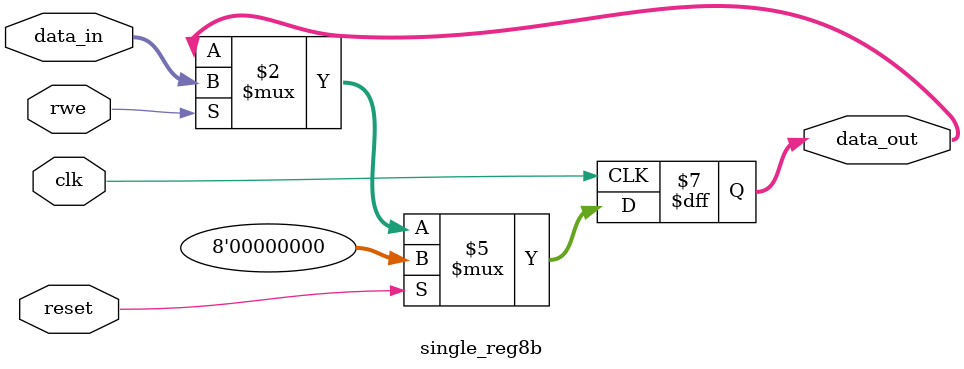
<source format=v>
module single_reg32b(rwe, clk, reset, data_in, data_out);
	input clk, rwe,reset;
	input	 [31:0] data_in;
	output reg [31:0] data_out;
	always @ (posedge clk) begin 
		if (reset)
			data_out<=0;
		else if (rwe)
			data_out<=data_in;
	end
	
endmodule


module single_reg9b(rwe, clk, reset, data_in, data_out);
	input clk, rwe,reset;
	input	 [8:0] data_in;
	output reg [8:0] data_out;
	always @ (posedge clk) begin 
		if (reset)
			data_out<=0;
		else if (rwe)
			data_out<=data_in;
	end
endmodule
      
module single_reg8b(rwe, clk, reset, data_in, data_out);
	input clk, rwe,reset;
	input	 [7:0] data_in;
	output reg [7:0] data_out;
	always @ (posedge clk) begin 
		if (reset)
			data_out<=0;
		else if (rwe)
			data_out<=data_in;
	end
endmodule
      
        
        

</source>
